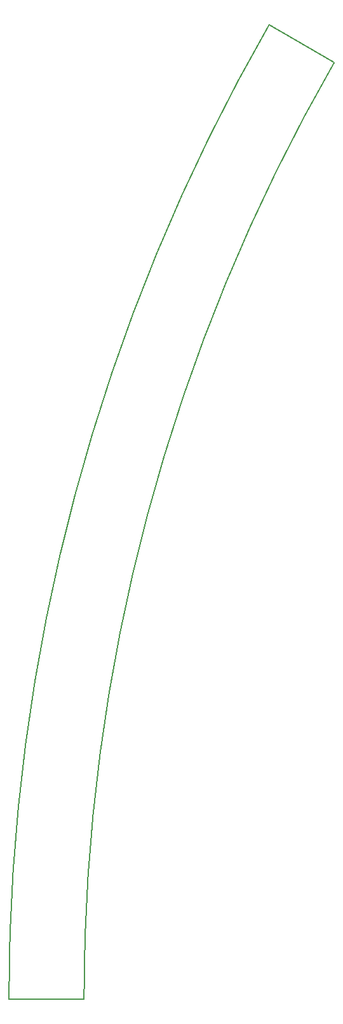
<source format=gbr>
%TF.GenerationSoftware,KiCad,Pcbnew,7.0.9*%
%TF.CreationDate,2023-12-31T20:51:38-05:00*%
%TF.ProjectId,RGB Clock,52474220-436c-46f6-936b-2e6b69636164,rev?*%
%TF.SameCoordinates,Original*%
%TF.FileFunction,Profile,NP*%
%FSLAX46Y46*%
G04 Gerber Fmt 4.6, Leading zero omitted, Abs format (unit mm)*
G04 Created by KiCad (PCBNEW 7.0.9) date 2023-12-31 20:51:38*
%MOMM*%
%LPD*%
G01*
G04 APERTURE LIST*
%TA.AperFunction,Profile*%
%ADD10C,0.200000*%
%TD*%
G04 APERTURE END LIST*
D10*
X94156613Y-43159485D02*
G75*
G03*
X60807600Y-167640000I215647187J-124480515D01*
G01*
X85487906Y-38133526D02*
X94156613Y-43159485D01*
X85487906Y-38133526D02*
G75*
G03*
X50800000Y-167640000I224315894J-129481074D01*
G01*
X50800000Y-167640000D02*
X60807600Y-167640000D01*
M02*

</source>
